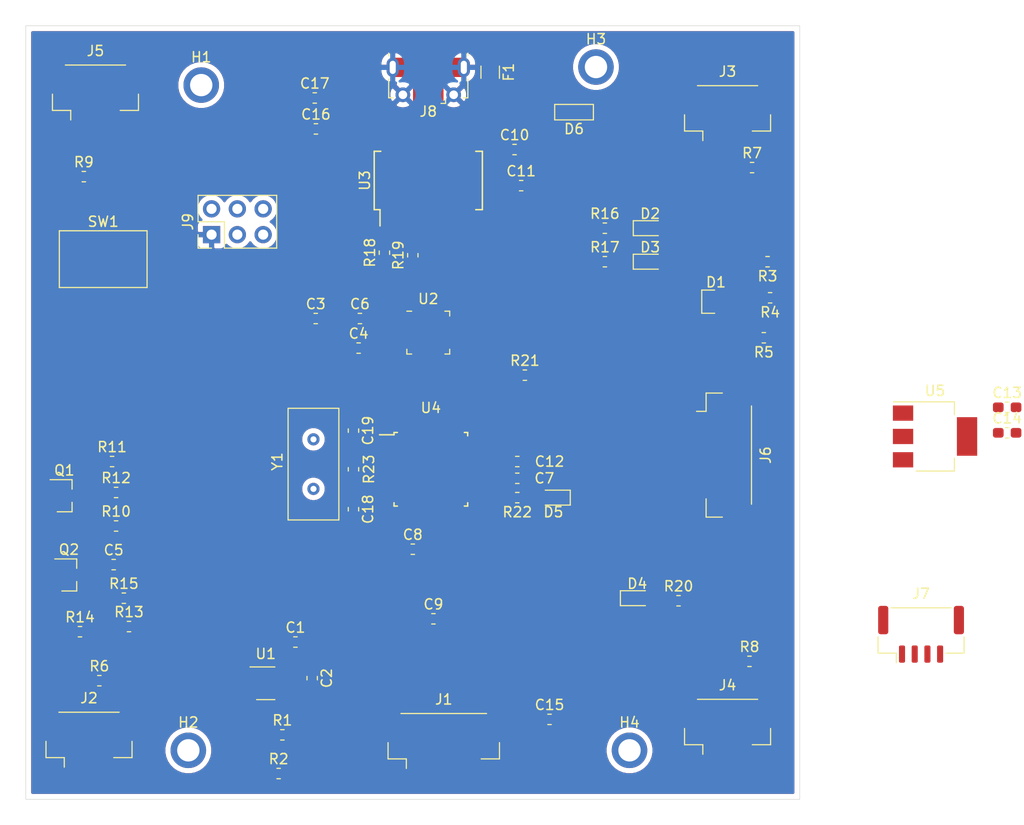
<source format=kicad_pcb>
(kicad_pcb (version 20171130) (host pcbnew "(5.1.4-0-10_14)")
  (layers (0 F.Cu signal) (31 B.Cu signal) (34 B.Paste user) (35 F.Paste user) (36 B.SilkS user) (37 F.SilkS user) (38 B.Mask user) (39 F.Mask user) (44 Edge.Cuts user))
  (net 0 "")
  (net 1 GND)
  (net 2 +5V)
  (net 3 +3V3)
  (net 4 RESET)
  (net 5 VBUS)
  (net 6 XTAL1)
  (net 7 XTAL2)
  (net 8 "Net-(D2-Pad1)")
  (net 9 "Net-(D2-Pad2)")
  (net 10 "Net-(D3-Pad1)")
  (net 11 "Net-(D3-Pad2)")
  (net 12 "Net-(D4-Pad2)")
  (net 13 "Net-(D5-Pad2)")
  (net 14 "Net-(F1-Pad1)")
  (net 15 VDD)
  (net 16 D4)
  (net 17 A1)
  (net 18 A2)
  (net 19 D5)
  (net 20 D6)
  (net 21 A3)
  (net 22 D7)
  (net 23 D11)
  (net 24 IMU_SCL_LL)
  (net 25 A5_SCL)
  (net 26 A4_SDA)
  (net 27 IMU_SDA_LL)
  (net 28 "Net-(R1-Pad1)")
  (net 29 D2)
  (net 30 RX)
  (net 31 TX)
  (net 32 A0)
  (net 33 "Net-(D1-Pad3)")
  (net 34 "Net-(D1-Pad1)")
  (net 35 "Net-(D1-Pad5)")
  (net 36 D12)
  (net 37 D9)
  (net 38 D8)
  (net 39 D10)
  (net 40 B_RGB_LED)
  (net 41 "Net-(J2-Pad2)")
  (net 42 "Net-(J3-Pad2)")
  (net 43 "Net-(J4-Pad2)")
  (net 44 "Net-(J5-Pad2)")
  (net 45 Aux_Digital)
  (net 46 A6)
  (net 47 "Net-(C6-Pad1)")
  (net 48 "Net-(C11-Pad2)")
  (net 49 "Net-(C12-Pad1)")
  (net 50 "Net-(J8-Pad2)")
  (net 51 "Net-(J8-Pad3)")
  (net 52 "Net-(R18-Pad2)")
  (net 53 "Net-(R19-Pad2)")
  (module Capacitor_SMD:C_0603_1608Metric_Pad1.05x0.95mm_HandSolder (layer F.Cu) (at 78.994 140.462 270)
    (fp_text reference C2 (at 0 -1.43 90) (layer F.SilkS))
    (fp_text value "0.1uF 16V X7R 10%")
    (pad 2 smd roundrect (at 0.875 0 270) (size 1.05 0.95) (layers F.Cu F.Paste F.Mask) (net 2 +5V))
    (pad 1 smd roundrect (at -0.875 0 270) (size 1.05 0.95) (layers F.Cu F.Paste F.Mask) (net 1 GND))
  )
  (module Capacitor_SMD:C_0603_1608Metric_Pad1.05x0.95mm_HandSolder (layer F.Cu) (at 79.344001 105.038001)
    (fp_text reference C3 (at 0 -1.43) (layer F.SilkS))
    (fp_text value "10nF 16V X7R 10%")
    (pad 1 smd roundrect (at -0.875 0) (size 1.05 0.95) (layers F.Cu F.Paste F.Mask) (net 3 +3V3))
    (pad 2 smd roundrect (at 0.875 0) (size 1.05 0.95) (layers F.Cu F.Paste F.Mask) (net 1 GND))
  )
  (module Capacitor_SMD:C_0603_1608Metric_Pad1.05x0.95mm_HandSolder (layer F.Cu) (at 83.566 107.95)
    (fp_text reference C4 (at 0 -1.43) (layer F.SilkS))
    (fp_text value "2.2uF 16V X7R 10%")
    (pad 2 smd roundrect (at 0.875 0) (size 1.05 0.95) (layers F.Cu F.Paste F.Mask) (net 1 GND))
    (pad 1 smd roundrect (at -0.875 0) (size 1.05 0.95) (layers F.Cu F.Paste F.Mask) (net 3 +3V3))
  )
  (module Capacitor_SMD:C_0603_1608Metric_Pad1.05x0.95mm_HandSolder (layer F.Cu) (at 83.694001 105.038001)
    (fp_text reference C6 (at 0 -1.43) (layer F.SilkS))
    (fp_text value "0.47uF 16V X7R 10%")
    (pad 1 smd roundrect (at -0.875 0) (size 1.05 0.95) (layers F.Cu F.Paste F.Mask) (net 47 "Net-(C6-Pad1)"))
    (pad 2 smd roundrect (at 0.875 0) (size 1.05 0.95) (layers F.Cu F.Paste F.Mask) (net 1 GND))
  )
  (module Capacitor_SMD:C_0603_1608Metric_Pad1.05x0.95mm_HandSolder (layer F.Cu) (at 99.187 120.777 180)
    (fp_text reference C7 (at -2.667 0) (layer F.SilkS))
    (fp_text value "1uF 16V X7R 10%")
    (pad 2 smd roundrect (at 0.875 0 180) (size 1.05 0.95) (layers F.Cu F.Paste F.Mask) (net 2 +5V))
    (pad 1 smd roundrect (at -0.875 0 180) (size 1.05 0.95) (layers F.Cu F.Paste F.Mask) (net 1 GND))
  )
  (module Capacitor_SMD:C_0603_1608Metric_Pad1.05x0.95mm_HandSolder (layer F.Cu) (at 88.9 127.762)
    (fp_text reference C8 (at 0 -1.43) (layer F.SilkS))
    (fp_text value "4.7uF 16V")
    (pad 2 smd roundrect (at 0.875 0) (size 1.05 0.95) (layers F.Cu F.Paste F.Mask) (net 1 GND))
    (pad 1 smd roundrect (at -0.875 0) (size 1.05 0.95) (layers F.Cu F.Paste F.Mask) (net 2 +5V))
  )
  (module Capacitor_SMD:C_0603_1608Metric_Pad1.05x0.95mm_HandSolder (layer F.Cu) (at 90.932 134.62)
    (fp_text reference C9 (at 0 -1.43) (layer F.SilkS))
    (fp_text value "1uF 16V X7R 10%")
    (pad 1 smd roundrect (at -0.875 0) (size 1.05 0.95) (layers F.Cu F.Paste F.Mask) (net 2 +5V))
    (pad 2 smd roundrect (at 0.875 0) (size 1.05 0.95) (layers F.Cu F.Paste F.Mask) (net 1 GND))
  )
  (module Capacitor_SMD:C_0603_1608Metric_Pad1.05x0.95mm_HandSolder (layer F.Cu) (at 98.919 88.392)
    (fp_text reference C10 (at 0 -1.43) (layer F.SilkS))
    (fp_text value "0.1uF 16V X7R 10%")
    (pad 1 smd roundrect (at -0.875 0) (size 1.05 0.95) (layers F.Cu F.Paste F.Mask) (net 3 +3V3))
    (pad 2 smd roundrect (at 0.875 0) (size 1.05 0.95) (layers F.Cu F.Paste F.Mask) (net 1 GND))
  )
  (module Capacitor_SMD:C_0603_1608Metric_Pad1.05x0.95mm_HandSolder (layer F.Cu) (at 99.568 91.948)
    (fp_text reference C11 (at 0 -1.43) (layer F.SilkS))
    (fp_text value "0.1uF 16V X7R 10%")
    (pad 2 smd roundrect (at 0.875 0) (size 1.05 0.95) (layers F.Cu F.Paste F.Mask) (net 48 "Net-(C11-Pad2)"))
    (pad 1 smd roundrect (at -0.875 0) (size 1.05 0.95) (layers F.Cu F.Paste F.Mask) (net 4 RESET))
  )
  (module Capacitor_SMD:C_0603_1608Metric_Pad1.05x0.95mm_HandSolder (layer F.Cu) (at 99.187 119.126)
    (fp_text reference C12 (at 3.175 0) (layer F.SilkS))
    (fp_text value "X7R, 100nF 10%")
    (pad 1 smd roundrect (at -0.875 0) (size 1.05 0.95) (layers F.Cu F.Paste F.Mask) (net 49 "Net-(C12-Pad1)"))
    (pad 2 smd roundrect (at 0.875 0) (size 1.05 0.95) (layers F.Cu F.Paste F.Mask) (net 1 GND))
  )
  (module Capacitor_SMD:C_0603_1608Metric_Pad1.05x0.95mm_HandSolder (layer F.Cu) (at 102.362 144.526)
    (fp_text reference C15 (at 0 -1.43) (layer F.SilkS))
    (fp_text value "1uF 16V X7R 10%")
    (pad 1 smd roundrect (at -0.875 0) (size 1.05 0.95) (layers F.Cu F.Paste F.Mask) (net 2 +5V))
    (pad 2 smd roundrect (at 0.875 0) (size 1.05 0.95) (layers F.Cu F.Paste F.Mask) (net 1 GND))
  )
  (module Capacitor_SMD:C_0603_1608Metric_Pad1.05x0.95mm_HandSolder (layer F.Cu) (at 79.361 86.36)
    (fp_text reference C16 (at 0 -1.43) (layer F.SilkS))
    (fp_text value "4.7uF 16V 20%")
    (pad 1 smd roundrect (at -0.875 0) (size 1.05 0.95) (layers F.Cu F.Paste F.Mask) (net 5 VBUS))
    (pad 2 smd roundrect (at 0.875 0) (size 1.05 0.95) (layers F.Cu F.Paste F.Mask) (net 1 GND))
  )
  (module Capacitor_SMD:C_0603_1608Metric_Pad1.05x0.95mm_HandSolder (layer F.Cu) (at 79.248 83.312)
    (fp_text reference C17 (at 0 -1.43) (layer F.SilkS))
    (fp_text value "0.1F 16V X7R 10%")
    (pad 2 smd roundrect (at 0.875 0) (size 1.05 0.95) (layers F.Cu F.Paste F.Mask) (net 1 GND))
    (pad 1 smd roundrect (at -0.875 0) (size 1.05 0.95) (layers F.Cu F.Paste F.Mask) (net 5 VBUS))
  )
  (module Capacitor_SMD:C_0603_1608Metric_Pad1.05x0.95mm_HandSolder (layer F.Cu) (at 83.058 123.825 270)
    (fp_text reference C18 (at 0 -1.43 90) (layer F.SilkS))
    (fp_text value "2pF 16V X7R 2%")
    (pad 1 smd roundrect (at -0.875 0 270) (size 1.05 0.95) (layers F.Cu F.Paste F.Mask) (net 6 XTAL1))
    (pad 2 smd roundrect (at 0.875 0 270) (size 1.05 0.95) (layers F.Cu F.Paste F.Mask) (net 1 GND))
  )
  (module Capacitor_SMD:C_0603_1608Metric_Pad1.05x0.95mm_HandSolder (layer F.Cu) (at 83.058 116.078 270)
    (fp_text reference C19 (at 0 -1.43 90) (layer F.SilkS))
    (fp_text value "2pF 16V X7R 2%")
    (pad 2 smd roundrect (at 0.875 0 270) (size 1.05 0.95) (layers F.Cu F.Paste F.Mask) (net 7 XTAL2))
    (pad 1 smd roundrect (at -0.875 0 270) (size 1.05 0.95) (layers F.Cu F.Paste F.Mask) (net 1 GND))
  )
  (module LED_SMD:LED_0603_1608Metric_Pad1.05x0.95mm_HandSolder (layer F.Cu) (at 112.268 96.139)
    (fp_text reference D2 (at 0 -1.43) (layer F.SilkS))
    (fp_text value "Orange 1.9V 20mA")
    (pad 1 smd roundrect (at -0.875 0) (size 1.05 0.95) (layers F.Cu F.Paste F.Mask) (net 8 "Net-(D2-Pad1)"))
    (pad 2 smd roundrect (at 0.875 0) (size 1.05 0.95) (layers F.Cu F.Paste F.Mask) (net 9 "Net-(D2-Pad2)"))
  )
  (module LED_SMD:LED_0603_1608Metric_Pad1.05x0.95mm_HandSolder (layer F.Cu) (at 112.268 99.441)
    (fp_text reference D3 (at 0 -1.43) (layer F.SilkS))
    (fp_text value "Orange 1.9V 20mA")
    (pad 1 smd roundrect (at -0.875 0) (size 1.05 0.95) (layers F.Cu F.Paste F.Mask) (net 10 "Net-(D3-Pad1)"))
    (pad 2 smd roundrect (at 0.875 0) (size 1.05 0.95) (layers F.Cu F.Paste F.Mask) (net 11 "Net-(D3-Pad2)"))
  )
  (module LED_SMD:LED_0603_1608Metric_Pad1.05x0.95mm_HandSolder (layer F.Cu) (at 110.998 132.588)
    (fp_text reference D4 (at 0 -1.43) (layer F.SilkS))
    (fp_text value "Green 2.2V 20mA")
    (pad 2 smd roundrect (at 0.875 0) (size 1.05 0.95) (layers F.Cu F.Paste F.Mask) (net 12 "Net-(D4-Pad2)"))
    (pad 1 smd roundrect (at -0.875 0) (size 1.05 0.95) (layers F.Cu F.Paste F.Mask) (net 1 GND))
  )
  (module LED_SMD:LED_0603_1608Metric_Pad1.05x0.95mm_HandSolder (layer F.Cu) (at 102.743 122.682 180)
    (fp_text reference D5 (at 0 -1.43) (layer F.SilkS))
    (fp_text value "Green 2.2V 20mA")
    (pad 2 smd roundrect (at 0.875 0 180) (size 1.05 0.95) (layers F.Cu F.Paste F.Mask) (net 13 "Net-(D5-Pad2)"))
    (pad 1 smd roundrect (at -0.875 0 180) (size 1.05 0.95) (layers F.Cu F.Paste F.Mask) (net 1 GND))
  )
  (module Fuse:Fuse_1206_3216Metric_Pad1.42x1.75mm_HandSolder (layer F.Cu) (at 96.52 80.772 270)
    (fp_text reference F1 (at 0 -1.82 90) (layer F.SilkS))
    (fp_text value "PTC 15V 500mA")
    (pad 1 smd roundrect (at -1.4875 0 270) (size 1.425 1.75) (layers F.Cu F.Paste F.Mask) (roundrect_rratio 0.175439) (net 14 "Net-(F1-Pad1)"))
    (pad 2 smd roundrect (at 1.4875 0 270) (size 1.425 1.75) (layers F.Cu F.Paste F.Mask) (roundrect_rratio 0.175439) (net 5 VBUS))
  )
  (module Connector_USB:USB_Micro-B_Molex-105017-0001 (layer F.Cu) (at 90.424 81.534 180)
    (fp_text reference J8 (at 0 -3.1125) (layer F.SilkS))
    (fp_text value USB_B_Micro)
    (pad 6 smd rect (at 1 1.2375 180) (size 1.5 1.9) (layers F.Cu F.Paste F.Mask) (net 1 GND))
    (pad 6 thru_hole circle (at -2.5 -1.4625 180) (size 1.45 1.45) (drill 0.85) (layers *.Cu *.Mask) (net 1 GND))
    (pad 2 smd rect (at -0.65 -1.4625 180) (size 0.4 1.35) (layers F.Cu F.Paste F.Mask) (net 50 "Net-(J8-Pad2)"))
    (pad 1 smd rect (at -1.3 -1.4625 180) (size 0.4 1.35) (layers F.Cu F.Paste F.Mask) (net 14 "Net-(F1-Pad1)"))
    (pad 5 smd rect (at 1.3 -1.4625 180) (size 0.4 1.35) (layers F.Cu F.Paste F.Mask) (net 1 GND))
    (pad 4 smd rect (at 0.65 -1.4625 180) (size 0.4 1.35) (layers F.Cu F.Paste F.Mask))
    (pad 3 smd rect (at 0 -1.4625 180) (size 0.4 1.35) (layers F.Cu F.Paste F.Mask) (net 51 "Net-(J8-Pad3)"))
    (pad 6 thru_hole circle (at 2.5 -1.4625 180) (size 1.45 1.45) (drill 0.85) (layers *.Cu *.Mask) (net 1 GND))
    (pad 6 smd rect (at -1 1.2375 180) (size 1.5 1.9) (layers F.Cu F.Paste F.Mask) (net 1 GND))
    (pad 6 thru_hole oval (at -3.5 1.2375) (size 1.2 1.9) (drill oval 0.6 1.3) (layers *.Cu *.Mask) (net 1 GND))
    (pad 6 thru_hole oval (at 3.5 1.2375 180) (size 1.2 1.9) (drill oval 0.6 1.3) (layers *.Cu *.Mask) (net 1 GND))
    (pad 6 smd rect (at 2.9 1.2375 180) (size 1.2 1.9) (layers F.Cu F.Mask) (net 1 GND))
    (pad 6 smd rect (at -2.9 1.2375 180) (size 1.2 1.9) (layers F.Cu F.Mask) (net 1 GND))
  )
  (module Connector_PinHeader_2.54mm:PinHeader_2x03_P2.54mm_Vertical (layer F.Cu) (at 69.088 96.774 90)
    (fp_text reference J9 (at 1.27 -2.33 90) (layer F.SilkS))
    (fp_text value ICSP)
    (pad 1 thru_hole rect (at 0 0 90) (size 1.7 1.7) (drill 1) (layers *.Cu *.Mask) (net 1 GND))
    (pad 2 thru_hole oval (at 2.54 0 90) (size 1.7 1.7) (drill 1) (layers *.Cu *.Mask) (net 4 RESET))
    (pad 3 thru_hole oval (at 0 2.54 90) (size 1.7 1.7) (drill 1) (layers *.Cu *.Mask) (net 23 D11))
    (pad 4 thru_hole oval (at 2.54 2.54 90) (size 1.7 1.7) (drill 1) (layers *.Cu *.Mask) (net 45 Aux_Digital))
    (pad 5 thru_hole oval (at 0 5.08 90) (size 1.7 1.7) (drill 1) (layers *.Cu *.Mask) (net 2 +5V))
    (pad 6 thru_hole oval (at 2.54 5.08 90) (size 1.7 1.7) (drill 1) (layers *.Cu *.Mask) (net 36 D12))
  )
  (module Package_TO_SOT_SMD:SOT-23 (layer F.Cu) (at 54.594 122.494)
    (fp_text reference Q1 (at 0 -2.5) (layer F.SilkS))
    (fp_text value BSS138)
    (pad 1 smd rect (at -1 -0.95) (size 0.9 0.8) (layers F.Cu F.Paste F.Mask) (net 3 +3V3))
    (pad 2 smd rect (at -1 0.95) (size 0.9 0.8) (layers F.Cu F.Paste F.Mask) (net 24 IMU_SCL_LL))
    (pad 3 smd rect (at 1 0) (size 0.9 0.8) (layers F.Cu F.Paste F.Mask) (net 25 A5_SCL))
  )
  (module Resistor_SMD:R_0603_1608Metric_Pad1.05x0.95mm_HandSolder (layer F.Cu) (at 76.059 146.05)
    (fp_text reference R1 (at 0 -1.43) (layer F.SilkS))
    (fp_text value "3.2 kohm 1%")
    (pad 2 smd roundrect (at 0.875 0) (size 1.05 0.95) (layers F.Cu F.Paste F.Mask) (net 15 VDD))
    (pad 1 smd roundrect (at -0.875 0) (size 1.05 0.95) (layers F.Cu F.Paste F.Mask) (net 28 "Net-(R1-Pad1)"))
  )
  (module Resistor_SMD:R_0603_1608Metric_Pad1.05x0.95mm_HandSolder (layer F.Cu) (at 75.692 149.86)
    (fp_text reference R2 (at 0 -1.43) (layer F.SilkS))
    (fp_text value "2 kohm 1%")
    (pad 1 smd roundrect (at -0.875 0) (size 1.05 0.95) (layers F.Cu F.Paste F.Mask) (net 1 GND))
    (pad 2 smd roundrect (at 0.875 0) (size 1.05 0.95) (layers F.Cu F.Paste F.Mask) (net 28 "Net-(R1-Pad1)"))
  )
  (module Resistor_SMD:R_0603_1608Metric_Pad1.05x0.95mm_HandSolder (layer F.Cu) (at 123.825 99.441 180)
    (fp_text reference R3 (at 0 -1.43) (layer F.SilkS))
    (fp_text value "87.5 ohm 5%")
    (pad 2 smd roundrect (at 0.875 0 180) (size 1.05 0.95) (layers F.Cu F.Paste F.Mask) (net 34 "Net-(D1-Pad1)"))
    (pad 1 smd roundrect (at -0.875 0 180) (size 1.05 0.95) (layers F.Cu F.Paste F.Mask) (net 40 B_RGB_LED))
  )
  (module Resistor_SMD:R_0603_1608Metric_Pad1.05x0.95mm_HandSolder (layer F.Cu) (at 124.079 102.997 180)
    (fp_text reference R4 (at 0 -1.43) (layer F.SilkS))
    (fp_text value "147.5 ohm 5%")
    (pad 1 smd roundrect (at -0.875 0 180) (size 1.05 0.95) (layers F.Cu F.Paste F.Mask))
    (pad 2 smd roundrect (at 0.875 0 180) (size 1.05 0.95) (layers F.Cu F.Paste F.Mask) (net 33 "Net-(D1-Pad3)"))
  )
  (module Resistor_SMD:R_0603_1608Metric_Pad1.05x0.95mm_HandSolder (layer F.Cu) (at 123.458 106.934 180)
    (fp_text reference R5 (at 0 -1.43) (layer F.SilkS))
    (fp_text value "87.5 ohm 5%")
    (pad 2 smd roundrect (at 0.875 0 180) (size 1.05 0.95) (layers F.Cu F.Paste F.Mask) (net 35 "Net-(D1-Pad5)"))
    (pad 1 smd roundrect (at -0.875 0 180) (size 1.05 0.95) (layers F.Cu F.Paste F.Mask) (net 29 D2))
  )
  (module Resistor_SMD:R_0603_1608Metric_Pad1.05x0.95mm_HandSolder (layer F.Cu) (at 59.69 125.476)
    (fp_text reference R10 (at 0 -1.43) (layer F.SilkS))
    (fp_text value "10 kohm 5%")
    (pad 2 smd roundrect (at 0.875 0) (size 1.05 0.95) (layers F.Cu F.Paste F.Mask) (net 3 +3V3))
    (pad 1 smd roundrect (at -0.875 0) (size 1.05 0.95) (layers F.Cu F.Paste F.Mask) (net 24 IMU_SCL_LL))
  )
  (module Resistor_SMD:R_0603_1608Metric_Pad1.05x0.95mm_HandSolder (layer F.Cu) (at 59.295 119.126)
    (fp_text reference R11 (at 0 -1.43) (layer F.SilkS))
    (fp_text value "10 kohm 5%")
    (pad 2 smd roundrect (at 0.875 0) (size 1.05 0.95) (layers F.Cu F.Paste F.Mask) (net 3 +3V3))
    (pad 1 smd roundrect (at -0.875 0) (size 1.05 0.95) (layers F.Cu F.Paste F.Mask) (net 24 IMU_SCL_LL))
  )
  (module Resistor_SMD:R_0603_1608Metric_Pad1.05x0.95mm_HandSolder (layer F.Cu) (at 59.69 122.174)
    (fp_text reference R12 (at 0 -1.43) (layer F.SilkS))
    (fp_text value "10 kohm 5%")
    (pad 1 smd roundrect (at -0.875 0) (size 1.05 0.95) (layers F.Cu F.Paste F.Mask) (net 25 A5_SCL))
    (pad 2 smd roundrect (at 0.875 0) (size 1.05 0.95) (layers F.Cu F.Paste F.Mask) (net 2 +5V))
  )
  (module Resistor_SMD:R_0603_1608Metric_Pad1.05x0.95mm_HandSolder (layer F.Cu) (at 60.96 135.382)
    (fp_text reference R13 (at 0 -1.43) (layer F.SilkS))
    (fp_text value "10 kohm 5%")
    (pad 2 smd roundrect (at 0.875 0) (size 1.05 0.95) (layers F.Cu F.Paste F.Mask) (net 3 +3V3))
    (pad 1 smd roundrect (at -0.875 0) (size 1.05 0.95) (layers F.Cu F.Paste F.Mask) (net 27 IMU_SDA_LL))
  )
  (module Resistor_SMD:R_0603_1608Metric_Pad1.05x0.95mm_HandSolder (layer F.Cu) (at 56.134 135.89)
    (fp_text reference R14 (at 0 -1.43) (layer F.SilkS))
    (fp_text value "10 kohm 5%")
    (pad 1 smd roundrect (at -0.875 0) (size 1.05 0.95) (layers F.Cu F.Paste F.Mask) (net 27 IMU_SDA_LL))
    (pad 2 smd roundrect (at 0.875 0) (size 1.05 0.95) (layers F.Cu F.Paste F.Mask) (net 3 +3V3))
  )
  (module Resistor_SMD:R_0603_1608Metric_Pad1.05x0.95mm_HandSolder (layer F.Cu) (at 60.452 132.588)
    (fp_text reference R15 (at 0 -1.43) (layer F.SilkS))
    (fp_text value "10 kohm 5%")
    (pad 1 smd roundrect (at -0.875 0) (size 1.05 0.95) (layers F.Cu F.Paste F.Mask) (net 26 A4_SDA))
    (pad 2 smd roundrect (at 0.875 0) (size 1.05 0.95) (layers F.Cu F.Paste F.Mask) (net 2 +5V))
  )
  (module Resistor_SMD:R_0603_1608Metric_Pad1.05x0.95mm_HandSolder (layer F.Cu) (at 107.809 96.139)
    (fp_text reference R16 (at 0 -1.43) (layer F.SilkS))
    (fp_text value "200 ohm")
    (pad 1 smd roundrect (at -0.875 0) (size 1.05 0.95) (layers F.Cu F.Paste F.Mask) (net 9 "Net-(D2-Pad2)"))
    (pad 2 smd roundrect (at 0.875 0) (size 1.05 0.95) (layers F.Cu F.Paste F.Mask) (net 2 +5V))
  )
  (module Resistor_SMD:R_0603_1608Metric_Pad1.05x0.95mm_HandSolder (layer F.Cu) (at 107.809 99.441)
    (fp_text reference R17 (at 0 -1.43) (layer F.SilkS))
    (fp_text value "200 ohm")
    (pad 2 smd roundrect (at 0.875 0) (size 1.05 0.95) (layers F.Cu F.Paste F.Mask) (net 2 +5V))
    (pad 1 smd roundrect (at -0.875 0) (size 1.05 0.95) (layers F.Cu F.Paste F.Mask) (net 11 "Net-(D3-Pad2)"))
  )
  (module Resistor_SMD:R_0603_1608Metric_Pad1.05x0.95mm_HandSolder (layer F.Cu) (at 86.106 98.552 90)
    (fp_text reference R18 (at 0 -1.43 90) (layer F.SilkS))
    (fp_text value "1 kohm 5%")
    (pad 2 smd roundrect (at 0.875 0 90) (size 1.05 0.95) (layers F.Cu F.Paste F.Mask) (net 52 "Net-(R18-Pad2)"))
    (pad 1 smd roundrect (at -0.875 0 90) (size 1.05 0.95) (layers F.Cu F.Paste F.Mask) (net 30 RX))
  )
  (module Resistor_SMD:R_0603_1608Metric_Pad1.05x0.95mm_HandSolder (layer F.Cu) (at 88.9 98.806 90)
    (fp_text reference R19 (at 0 -1.43 90) (layer F.SilkS))
    (fp_text value "1 kohm 5%")
    (pad 1 smd roundrect (at -0.875 0 90) (size 1.05 0.95) (layers F.Cu F.Paste F.Mask) (net 31 TX))
    (pad 2 smd roundrect (at 0.875 0 90) (size 1.05 0.95) (layers F.Cu F.Paste F.Mask) (net 53 "Net-(R19-Pad2)"))
  )
  (module Resistor_SMD:R_0603_1608Metric_Pad1.05x0.95mm_HandSolder (layer F.Cu) (at 115.062 132.842)
    (fp_text reference R20 (at 0 -1.43) (layer F.SilkS))
    (fp_text value "140 ohm")
    (pad 1 smd roundrect (at -0.875 0) (size 1.05 0.95) (layers F.Cu F.Paste F.Mask) (net 12 "Net-(D4-Pad2)"))
    (pad 2 smd roundrect (at 0.875 0) (size 1.05 0.95) (layers F.Cu F.Paste F.Mask) (net 2 +5V))
  )
  (module Resistor_SMD:R_0603_1608Metric_Pad1.05x0.95mm_HandSolder (layer F.Cu) (at 99.935 110.617)
    (fp_text reference R21 (at 0 -1.43) (layer F.SilkS))
    (fp_text value "1 kohm 5%")
    (pad 2 smd roundrect (at 0.875 0) (size 1.05 0.95) (layers F.Cu F.Paste F.Mask) (net 2 +5V))
    (pad 1 smd roundrect (at -0.875 0) (size 1.05 0.95) (layers F.Cu F.Paste F.Mask) (net 4 RESET))
  )
  (module Resistor_SMD:R_0603_1608Metric_Pad1.05x0.95mm_HandSolder (layer F.Cu) (at 99.187 122.682 180)
    (fp_text reference R22 (at 0 -1.43) (layer F.SilkS))
    (fp_text value "200 ohm")
    (pad 1 smd roundrect (at -0.875 0 180) (size 1.05 0.95) (layers F.Cu F.Paste F.Mask) (net 13 "Net-(D5-Pad2)"))
    (pad 2 smd roundrect (at 0.875 0 180) (size 1.05 0.95) (layers F.Cu F.Paste F.Mask) (net 45 Aux_Digital))
  )
  (module Resistor_SMD:R_0603_1608Metric_Pad1.05x0.95mm_HandSolder (layer F.Cu) (at 83.058 119.888 90)
    (fp_text reference R23 (at 0 1.524 90) (layer F.SilkS))
    (fp_text value "1 Mohm")
    (pad 1 smd roundrect (at -0.875 0 90) (size 1.05 0.95) (layers F.Cu F.Paste F.Mask) (net 6 XTAL1))
    (pad 2 smd roundrect (at 0.875 0 90) (size 1.05 0.95) (layers F.Cu F.Paste F.Mask) (net 7 XTAL2))
  )
  (module Package_TO_SOT_SMD:SOT-23-5 (layer F.Cu) (at 74.422 140.97)
    (fp_text reference U1 (at 0 -2.9) (layer F.SilkS))
    (fp_text value MCP6001U)
    (pad 1 smd rect (at -1.1 -0.95) (size 1.06 0.65) (layers F.Cu F.Paste F.Mask) (net 28 "Net-(R1-Pad1)"))
    (pad 2 smd rect (at -1.1 0) (size 1.06 0.65) (layers F.Cu F.Paste F.Mask) (net 1 GND))
    (pad 3 smd rect (at -1.1 0.95) (size 1.06 0.65) (layers F.Cu F.Paste F.Mask) (net 32 A0))
    (pad 4 smd rect (at 1.1 0.95) (size 1.06 0.65) (layers F.Cu F.Paste F.Mask) (net 32 A0))
    (pad 5 smd rect (at 1.1 -0.95) (size 1.06 0.65) (layers F.Cu F.Paste F.Mask) (net 2 +5V))
  )
  (module Package_DFN_QFN:QFN-24-1EP_4x4mm_P0.5mm_EP2.8x2.8mm (layer F.Cu) (at 90.424 106.426)
    (fp_text reference U2 (at 0 -3.32) (layer F.SilkS))
    (fp_text value ICM-20689)
    (pad 25 smd roundrect (at 0 0) (size 2.8 2.8) (layers F.Cu F.Mask) (roundrect_rratio 0.089286))
    (pad 1 smd roundrect (at -1.9875 -1.25) (size 0.775 0.25) (layers F.Cu F.Paste F.Mask))
    (pad 2 smd roundrect (at -1.9875 -0.75) (size 0.775 0.25) (layers F.Cu F.Paste F.Mask))
    (pad 3 smd roundrect (at -1.9875 -0.25) (size 0.775 0.25) (layers F.Cu F.Paste F.Mask))
    (pad 4 smd roundrect (at -1.9875 0.25) (size 0.775 0.25) (layers F.Cu F.Paste F.Mask))
    (pad 5 smd roundrect (at -1.9875 0.75) (size 0.775 0.25) (layers F.Cu F.Paste F.Mask))
    (pad 6 smd roundrect (at -1.9875 1.25) (size 0.775 0.25) (layers F.Cu F.Paste F.Mask))
    (pad 7 smd roundrect (at -1.25 1.9875) (size 0.25 0.775) (layers F.Cu F.Paste F.Mask))
    (pad 8 smd roundrect (at -0.75 1.9875) (size 0.25 0.775) (layers F.Cu F.Paste F.Mask) (net 3 +3V3))
    (pad 9 smd roundrect (at -0.25 1.9875) (size 0.25 0.775) (layers F.Cu F.Paste F.Mask) (net 1 GND))
    (pad 10 smd roundrect (at 0.25 1.9875) (size 0.25 0.775) (layers F.Cu F.Paste F.Mask) (net 47 "Net-(C6-Pad1)"))
    (pad 11 smd roundrect (at 0.75 1.9875) (size 0.25 0.775) (layers F.Cu F.Paste F.Mask) (net 1 GND))
    (pad 12 smd roundrect (at 1.25 1.9875) (size 0.25 0.775) (layers F.Cu F.Paste F.Mask))
    (pad 13 smd roundrect (at 1.9875 1.25) (size 0.775 0.25) (layers F.Cu F.Paste F.Mask) (net 3 +3V3))
    (pad 14 smd roundrect (at 1.9875 0.75) (size 0.775 0.25) (layers F.Cu F.Paste F.Mask))
    (pad 15 smd roundrect (at 1.9875 0.25) (size 0.775 0.25) (layers F.Cu F.Paste F.Mask))
    (pad 16 smd roundrect (at 1.9875 -0.25) (size 0.775 0.25) (layers F.Cu F.Paste F.Mask))
    (pad 17 smd roundrect (at 1.9875 -0.75) (size 0.775 0.25) (layers F.Cu F.Paste F.Mask))
    (pad 18 smd roundrect (at 1.9875 -1.25) (size 0.775 0.25) (layers F.Cu F.Paste F.Mask) (net 1 GND))
    (pad 19 smd roundrect (at 1.25 -1.9875) (size 0.25 0.775) (layers F.Cu F.Paste F.Mask))
    (pad 20 smd roundrect (at 0.75 -1.9875) (size 0.25 0.775) (layers F.Cu F.Paste F.Mask))
    (pad 21 smd roundrect (at 0.25 -1.9875) (size 0.25 0.775) (layers F.Cu F.Paste F.Mask))
    (pad 22 smd roundrect (at -0.25 -1.9875) (size 0.25 0.775) (layers F.Cu F.Paste F.Mask))
    (pad 23 smd roundrect (at -0.75 -1.9875) (size 0.25 0.775) (layers F.Cu F.Paste F.Mask) (net 24 IMU_SCL_LL))
    (pad 24 smd roundrect (at -1.25 -1.9875) (size 0.25 0.775) (layers F.Cu F.Paste F.Mask) (net 27 IMU_SDA_LL))
  )
  (module Package_SO:SSOP-28_5.3x10.2mm_P0.65mm (layer F.Cu) (at 90.424 91.44 90)
    (fp_text reference U3 (at 0 -6.25 90) (layer F.SilkS))
    (fp_text value FT232RL)
    (pad 1 smd rect (at -3.6 -4.225 90) (size 1.75 0.45) (layers F.Cu F.Paste F.Mask) (net 30 RX))
    (pad 2 smd rect (at -3.6 -3.575 90) (size 1.75 0.45) (layers F.Cu F.Paste F.Mask) (net 48 "Net-(C11-Pad2)"))
    (pad 3 smd rect (at -3.6 -2.925 90) (size 1.75 0.45) (layers F.Cu F.Paste F.Mask))
    (pad 4 smd rect (at -3.6 -2.275 90) (size 1.75 0.45) (layers F.Cu F.Paste F.Mask) (net 2 +5V))
    (pad 5 smd rect (at -3.6 -1.625 90) (size 1.75 0.45) (layers F.Cu F.Paste F.Mask) (net 31 TX))
    (pad 6 smd rect (at -3.6 -0.975 90) (size 1.75 0.45) (layers F.Cu F.Paste F.Mask))
    (pad 7 smd rect (at -3.6 -0.325 90) (size 1.75 0.45) (layers F.Cu F.Paste F.Mask) (net 1 GND))
    (pad 8 smd rect (at -3.6 0.325 90) (size 1.75 0.45) (layers F.Cu F.Paste F.Mask))
    (pad 9 smd rect (at -3.6 0.975 90) (size 1.75 0.45) (layers F.Cu F.Paste F.Mask))
    (pad 10 smd rect (at -3.6 1.625 90) (size 1.75 0.45) (layers F.Cu F.Paste F.Mask))
    (pad 11 smd rect (at -3.6 2.275 90) (size 1.75 0.45) (layers F.Cu F.Paste F.Mask))
    (pad 12 smd rect (at -3.6 2.925 90) (size 1.75 0.45) (layers F.Cu F.Paste F.Mask))
    (pad 13 smd rect (at -3.6 3.575 90) (size 1.75 0.45) (layers F.Cu F.Paste F.Mask))
    (pad 14 smd rect (at -3.6 4.225 90) (size 1.75 0.45) (layers F.Cu F.Paste F.Mask))
    (pad 15 smd rect (at 3.6 4.225 90) (size 1.75 0.45) (layers F.Cu F.Paste F.Mask) (net 51 "Net-(J8-Pad3)"))
    (pad 16 smd rect (at 3.6 3.575 90) (size 1.75 0.45) (layers F.Cu F.Paste F.Mask) (net 50 "Net-(J8-Pad2)"))
    (pad 17 smd rect (at 3.6 2.925 90) (size 1.75 0.45) (layers F.Cu F.Paste F.Mask) (net 3 +3V3))
    (pad 18 smd rect (at 3.6 2.275 90) (size 1.75 0.45) (layers F.Cu F.Paste F.Mask) (net 1 GND))
    (pad 19 smd rect (at 3.6 1.625 90) (size 1.75 0.45) (layers F.Cu F.Paste F.Mask))
    (pad 20 smd rect (at 3.6 0.975 90) (size 1.75 0.45) (layers F.Cu F.Paste F.Mask) (net 2 +5V))
    (pad 21 smd rect (at 3.6 0.325 90) (size 1.75 0.45) (layers F.Cu F.Paste F.Mask) (net 1 GND))
    (pad 22 smd rect (at 3.6 -0.325 90) (size 1.75 0.45) (layers F.Cu F.Paste F.Mask) (net 10 "Net-(D3-Pad1)"))
    (pad 23 smd rect (at 3.6 -0.975 90) (size 1.75 0.45) (layers F.Cu F.Paste F.Mask) (net 8 "Net-(D2-Pad1)"))
    (pad 24 smd rect (at 3.6 -1.625 90) (size 1.75 0.45) (layers F.Cu F.Paste F.Mask))
    (pad 25 smd rect (at 3.6 -2.275 90) (size 1.75 0.45) (layers F.Cu F.Paste F.Mask) (net 1 GND))
    (pad 26 smd rect (at 3.6 -2.925 90) (size 1.75 0.45) (layers F.Cu F.Paste F.Mask) (net 1 GND))
    (pad 27 smd rect (at 3.6 -3.575 90) (size 1.75 0.45) (layers F.Cu F.Paste F.Mask))
    (pad 28 smd rect (at 3.6 -4.225 90) (size 1.75 0.45) (layers F.Cu F.Paste F.Mask))
  )
  (module Package_QFP:TQFP-32_7x7mm_P0.8mm (layer F.Cu) (at 90.678 119.888)
    (fp_text reference U4 (at 0 -6.05) (layer F.SilkS))
    (fp_text value ATmega328P-AU)
    (pad 1 smd rect (at -4.25 -2.8) (size 1.6 0.55) (layers F.Cu F.Paste F.Mask) (net 40 B_RGB_LED))
    (pad 2 smd rect (at -4.25 -2) (size 1.6 0.55) (layers F.Cu F.Paste F.Mask) (net 16 D4))
    (pad 3 smd rect (at -4.25 -1.2) (size 1.6 0.55) (layers F.Cu F.Paste F.Mask) (net 1 GND))
    (pad 4 smd rect (at -4.25 -0.4) (size 1.6 0.55) (layers F.Cu F.Paste F.Mask) (net 2 +5V))
    (pad 5 smd rect (at -4.25 0.4) (size 1.6 0.55) (layers F.Cu F.Paste F.Mask) (net 1 GND))
    (pad 6 smd rect (at -4.25 1.2) (size 1.6 0.55) (layers F.Cu F.Paste F.Mask) (net 2 +5V))
    (pad 7 smd rect (at -4.25 2) (size 1.6 0.55) (layers F.Cu F.Paste F.Mask) (net 6 XTAL1))
    (pad 8 smd rect (at -4.25 2.8) (size 1.6 0.55) (layers F.Cu F.Paste F.Mask) (net 7 XTAL2))
    (pad 9 smd rect (at -2.8 4.25 90) (size 1.6 0.55) (layers F.Cu F.Paste F.Mask) (net 19 D5))
    (pad 10 smd rect (at -2 4.25 90) (size 1.6 0.55) (layers F.Cu F.Paste F.Mask) (net 20 D6))
    (pad 11 smd rect (at -1.2 4.25 90) (size 1.6 0.55) (layers F.Cu F.Paste F.Mask) (net 22 D7))
    (pad 12 smd rect (at -0.4 4.25 90) (size 1.6 0.55) (layers F.Cu F.Paste F.Mask) (net 38 D8))
    (pad 13 smd rect (at 0.4 4.25 90) (size 1.6 0.55) (layers F.Cu F.Paste F.Mask) (net 37 D9))
    (pad 14 smd rect (at 1.2 4.25 90) (size 1.6 0.55) (layers F.Cu F.Paste F.Mask) (net 39 D10))
    (pad 15 smd rect (at 2 4.25 90) (size 1.6 0.55) (layers F.Cu F.Paste F.Mask) (net 23 D11))
    (pad 16 smd rect (at 2.8 4.25 90) (size 1.6 0.55) (layers F.Cu F.Paste F.Mask) (net 36 D12))
    (pad 17 smd rect (at 4.25 2.8) (size 1.6 0.55) (layers F.Cu F.Paste F.Mask) (net 45 Aux_Digital))
    (pad 18 smd rect (at 4.25 2) (size 1.6 0.55) (layers F.Cu F.Paste F.Mask) (net 2 +5V))
    (pad 19 smd rect (at 4.25 1.2) (size 1.6 0.55) (layers F.Cu F.Paste F.Mask) (net 46 A6))
    (pad 20 smd rect (at 4.25 0.4) (size 1.6 0.55) (layers F.Cu F.Paste F.Mask) (net 49 "Net-(C12-Pad1)"))
    (pad 21 smd rect (at 4.25 -0.4) (size 1.6 0.55) (layers F.Cu F.Paste F.Mask) (net 1 GND))
    (pad 22 smd rect (at 4.25 -1.2) (size 1.6 0.55) (layers F.Cu F.Paste F.Mask))
    (pad 23 smd rect (at 4.25 -2) (size 1.6 0.55) (layers F.Cu F.Paste F.Mask) (net 32 A0))
    (pad 24 smd rect (at 4.25 -2.8) (size 1.6 0.55) (layers F.Cu F.Paste F.Mask) (net 17 A1))
    (pad 25 smd rect (at 2.8 -4.25 90) (size 1.6 0.55) (layers F.Cu F.Paste F.Mask) (net 18 A2))
    (pad 26 smd rect (at 2 -4.25 90) (size 1.6 0.55) (layers F.Cu F.Paste F.Mask) (net 21 A3))
    (pad 27 smd rect (at 1.2 -4.25 90) (size 1.6 0.55) (layers F.Cu F.Paste F.Mask) (net 26 A4_SDA))
    (pad 28 smd rect (at 0.4 -4.25 90) (size 1.6 0.55) (layers F.Cu F.Paste F.Mask) (net 25 A5_SCL))
    (pad 29 smd rect (at -0.4 -4.25 90) (size 1.6 0.55) (layers F.Cu F.Paste F.Mask) (net 4 RESET))
    (pad 30 smd rect (at -1.2 -4.25 90) (size 1.6 0.55) (layers F.Cu F.Paste F.Mask) (net 52 "Net-(R18-Pad2)"))
    (pad 31 smd rect (at -2 -4.25 90) (size 1.6 0.55) (layers F.Cu F.Paste F.Mask) (net 53 "Net-(R19-Pad2)"))
    (pad 32 smd rect (at -2.8 -4.25 90) (size 1.6 0.55) (layers F.Cu F.Paste F.Mask) (net 29 D2))
  )
  (module MountingHole:MountingHole_2.2mm_M2_ISO7380_Pad (layer F.Cu) (at 68.072 82.042)
    (fp_text reference H1 (at 0 -2.75) (layer F.SilkS))
    (fp_text value M2)
    (pad 1 thru_hole circle (at 0 0) (size 3.5 3.5) (drill 2.2) (layers *.Cu *.Mask))
  )
  (module MountingHole:MountingHole_2.2mm_M2_ISO7380_Pad (layer F.Cu) (at 66.802 147.574)
    (fp_text reference H2 (at 0 -2.75) (layer F.SilkS))
    (fp_text value M2)
    (pad 1 thru_hole circle (at 0 0) (size 3.5 3.5) (drill 2.2) (layers *.Cu *.Mask))
  )
  (module MountingHole:MountingHole_2.2mm_M2_ISO7380_Pad (layer F.Cu) (at 106.934 80.264)
    (fp_text reference H3 (at 0 -2.75) (layer F.SilkS))
    (fp_text value M2)
    (pad 1 thru_hole circle (at 0 0) (size 3.5 3.5) (drill 2.2) (layers *.Cu *.Mask))
  )
  (module MountingHole:MountingHole_2.2mm_M2_ISO7380_Pad (layer F.Cu) (at 110.236 147.574)
    (fp_text reference H4 (at 0 -2.75) (layer F.SilkS))
    (fp_text value M2)
    (pad 1 thru_hole circle (at 0 0) (size 3.5 3.5) (drill 2.2) (layers *.Cu *.Mask))
  )
  (module Capacitor_SMD:C_0603_1608Metric_Pad1.05x0.95mm_HandSolder (layer F.Cu) (at 77.343 136.906)
    (fp_text reference C1 (at 0 -1.43) (layer F.SilkS))
    (fp_text value "1uF 16V X7R 20%")
    (pad 1 smd roundrect (at -0.875 0) (size 1.05 0.95) (layers F.Cu F.Paste F.Mask) (net 1 GND))
    (pad 2 smd roundrect (at 0.875 0) (size 1.05 0.95) (layers F.Cu F.Paste F.Mask) (net 2 +5V))
  )
  (module Connector_JST:JST_GH_BM04B-GHS-TBT_1x04-1MP_P1.25mm_Vertical (layer F.Cu) (at 57.023 146.431)
    (fp_text reference J2 (at 0 -4) (layer F.SilkS))
    (fp_text value ESC_1)
    (pad MP smd roundrect (at 3.725 -1.4) (size 1 2.8) (layers F.Cu F.Paste F.Mask))
    (pad MP smd roundrect (at -3.725 -1.4) (size 1 2.8) (layers F.Cu F.Paste F.Mask))
    (pad 4 smd roundrect (at 1.875 1.95) (size 0.6 1.7) (layers F.Cu F.Paste F.Mask) (net 2 +5V))
    (pad 3 smd roundrect (at 0.625 1.95) (size 0.6 1.7) (layers F.Cu F.Paste F.Mask) (net 16 D4))
    (pad 2 smd roundrect (at -0.625 1.95) (size 0.6 1.7) (layers F.Cu F.Paste F.Mask) (net 41 "Net-(J2-Pad2)"))
    (pad 1 smd roundrect (at -1.875 1.95) (size 0.6 1.7) (layers F.Cu F.Paste F.Mask) (net 1 GND))
  )
  (module Connector_JST:JST_GH_BM04B-GHS-TBT_1x04-1MP_P1.25mm_Vertical (layer F.Cu) (at 119.888 84.709)
    (fp_text reference J3 (at 0 -4) (layer F.SilkS))
    (fp_text value ESC_2)
    (pad 1 smd roundrect (at -1.875 1.95) (size 0.6 1.7) (layers F.Cu F.Paste F.Mask) (net 1 GND))
    (pad 2 smd roundrect (at -0.625 1.95) (size 0.6 1.7) (layers F.Cu F.Paste F.Mask) (net 42 "Net-(J3-Pad2)"))
    (pad 3 smd roundrect (at 0.625 1.95) (size 0.6 1.7) (layers F.Cu F.Paste F.Mask) (net 19 D5))
    (pad 4 smd roundrect (at 1.875 1.95) (size 0.6 1.7) (layers F.Cu F.Paste F.Mask) (net 2 +5V))
    (pad MP smd roundrect (at -3.725 -1.4) (size 1 2.8) (layers F.Cu F.Paste F.Mask))
    (pad MP smd roundrect (at 3.725 -1.4) (size 1 2.8) (layers F.Cu F.Paste F.Mask))
  )
  (module Connector_JST:JST_GH_BM04B-GHS-TBT_1x04-1MP_P1.25mm_Vertical (layer F.Cu) (at 119.888 145.161)
    (fp_text reference J4 (at 0 -4) (layer F.SilkS))
    (fp_text value ESC_3)
    (pad MP smd roundrect (at 3.725 -1.4) (size 1 2.8) (layers F.Cu F.Paste F.Mask))
    (pad MP smd roundrect (at -3.725 -1.4) (size 1 2.8) (layers F.Cu F.Paste F.Mask))
    (pad 4 smd roundrect (at 1.875 1.95) (size 0.6 1.7) (layers F.Cu F.Paste F.Mask) (net 2 +5V))
    (pad 3 smd roundrect (at 0.625 1.95) (size 0.6 1.7) (layers F.Cu F.Paste F.Mask) (net 20 D6))
    (pad 2 smd roundrect (at -0.625 1.95) (size 0.6 1.7) (layers F.Cu F.Paste F.Mask) (net 43 "Net-(J4-Pad2)"))
    (pad 1 smd roundrect (at -1.875 1.95) (size 0.6 1.7) (layers F.Cu F.Paste F.Mask) (net 1 GND))
  )
  (module Connector_JST:JST_GH_BM04B-GHS-TBT_1x04-1MP_P1.25mm_Vertical (layer F.Cu) (at 57.658 82.677)
    (fp_text reference J5 (at 0 -4) (layer F.SilkS))
    (fp_text value ESC_4)
    (pad 1 smd roundrect (at -1.875 1.95) (size 0.6 1.7) (layers F.Cu F.Paste F.Mask) (net 1 GND))
    (pad 2 smd roundrect (at -0.625 1.95) (size 0.6 1.7) (layers F.Cu F.Paste F.Mask) (net 44 "Net-(J5-Pad2)"))
    (pad 3 smd roundrect (at 0.625 1.95) (size 0.6 1.7) (layers F.Cu F.Paste F.Mask) (net 22 D7))
    (pad 4 smd roundrect (at 1.875 1.95) (size 0.6 1.7) (layers F.Cu F.Paste F.Mask) (net 2 +5V))
    (pad MP smd roundrect (at -3.725 -1.4) (size 1 2.8) (layers F.Cu F.Paste F.Mask))
    (pad MP smd roundrect (at 3.725 -1.4) (size 1 2.8) (layers F.Cu F.Paste F.Mask))
  )
  (module Connector_JST:JST_GH_BM07B-GHS-TBT_1x07-1MP_P1.25mm_Vertical (layer F.Cu) (at 119.634 118.491 270)
    (fp_text reference J6 (at 0 -4 90) (layer F.SilkS))
    (fp_text value Receiver)
    (pad 1 smd roundrect (at -3.75 1.95 270) (size 0.6 1.7) (layers F.Cu F.Paste F.Mask) (net 1 GND))
    (pad 2 smd roundrect (at -2.5 1.95 270) (size 0.6 1.7) (layers F.Cu F.Paste F.Mask) (net 37 D9))
    (pad 3 smd roundrect (at -1.25 1.95 270) (size 0.6 1.7) (layers F.Cu F.Paste F.Mask) (net 38 D8))
    (pad 4 smd roundrect (at 0 1.95 270) (size 0.6 1.7) (layers F.Cu F.Paste F.Mask) (net 23 D11))
    (pad 5 smd roundrect (at 1.25 1.95 270) (size 0.6 1.7) (layers F.Cu F.Paste F.Mask) (net 39 D10))
    (pad 6 smd roundrect (at 2.5 1.95 270) (size 0.6 1.7) (layers F.Cu F.Paste F.Mask) (net 36 D12))
    (pad 7 smd roundrect (at 3.75 1.95 270) (size 0.6 1.7) (layers F.Cu F.Paste F.Mask) (net 2 +5V))
    (pad MP smd roundrect (at -5.6 -1.4 270) (size 1 2.8) (layers F.Cu F.Paste F.Mask))
    (pad MP smd roundrect (at 5.6 -1.4 270) (size 1 2.8) (layers F.Cu F.Paste F.Mask))
  )
  (module Connector_JST:JST_GH_BM04B-GHS-TBT_1x04-1MP_P1.25mm_Vertical (layer F.Cu) (at 138.938 136.144)
    (fp_text reference J7 (at 0 -4) (layer F.SilkS))
    (fp_text value Aux)
    (pad MP smd roundrect (at 3.725 -1.4) (size 1 2.8) (layers F.Cu F.Paste F.Mask))
    (pad MP smd roundrect (at -3.725 -1.4) (size 1 2.8) (layers F.Cu F.Paste F.Mask))
    (pad 4 smd roundrect (at 1.875 1.95) (size 0.6 1.7) (layers F.Cu F.Paste F.Mask) (net 2 +5V))
    (pad 3 smd roundrect (at 0.625 1.95) (size 0.6 1.7) (layers F.Cu F.Paste F.Mask) (net 45 Aux_Digital))
    (pad 2 smd roundrect (at -0.625 1.95) (size 0.6 1.7) (layers F.Cu F.Paste F.Mask) (net 46 A6))
    (pad 1 smd roundrect (at -1.875 1.95) (size 0.6 1.7) (layers F.Cu F.Paste F.Mask) (net 1 GND))
  )
  (module Resistor_SMD:R_0603_1608Metric_Pad1.05x0.95mm_HandSolder (layer F.Cu) (at 58.039 140.716)
    (fp_text reference R6 (at 0 -1.43) (layer F.SilkS))
    (fp_text value "?? ohm 5%")
    (pad 1 smd roundrect (at -0.875 0) (size 1.05 0.95) (layers F.Cu F.Paste F.Mask) (net 17 A1))
    (pad 2 smd roundrect (at 0.875 0) (size 1.05 0.95) (layers F.Cu F.Paste F.Mask) (net 41 "Net-(J2-Pad2)"))
  )
  (module Resistor_SMD:R_0603_1608Metric_Pad1.05x0.95mm_HandSolder (layer F.Cu) (at 122.301 90.17)
    (fp_text reference R7 (at 0 -1.43) (layer F.SilkS))
    (fp_text value "?? ohm 5%")
    (pad 2 smd roundrect (at 0.875 0) (size 1.05 0.95) (layers F.Cu F.Paste F.Mask) (net 42 "Net-(J3-Pad2)"))
    (pad 1 smd roundrect (at -0.875 0) (size 1.05 0.95) (layers F.Cu F.Paste F.Mask) (net 18 A2))
  )
  (module Resistor_SMD:R_0603_1608Metric_Pad1.05x0.95mm_HandSolder (layer F.Cu) (at 122.047 138.811)
    (fp_text reference R8 (at 0 -1.43) (layer F.SilkS))
    (fp_text value "?? ohm 5%")
    (pad 1 smd roundrect (at -0.875 0) (size 1.05 0.95) (layers F.Cu F.Paste F.Mask) (net 21 A3))
    (pad 2 smd roundrect (at 0.875 0) (size 1.05 0.95) (layers F.Cu F.Paste F.Mask) (net 43 "Net-(J4-Pad2)"))
  )
  (module Resistor_SMD:R_0603_1608Metric_Pad1.05x0.95mm_HandSolder (layer F.Cu) (at 56.515 91.059)
    (fp_text reference R9 (at 0 -1.43) (layer F.SilkS))
    (fp_text value "?? ohm 5%")
    (pad 2 smd roundrect (at 0.875 0) (size 1.05 0.95) (layers F.Cu F.Paste F.Mask) (net 44 "Net-(J5-Pad2)"))
    (pad 1 smd roundrect (at -0.875 0) (size 1.05 0.95) (layers F.Cu F.Paste F.Mask))
  )
  (module Capacitor_SMD:C_0603_1608Metric_Pad1.05x0.95mm_HandSolder (layer F.Cu) (at 59.452001 129.279001)
    (fp_text reference C5 (at 0 -1.43) (layer F.SilkS))
    (fp_text value "0.1uF 16V X7R 10%")
    (pad 1 smd roundrect (at -0.875 0) (size 1.05 0.95) (layers F.Cu F.Paste F.Mask) (net 1 GND))
    (pad 2 smd roundrect (at 0.875 0) (size 1.05 0.95) (layers F.Cu F.Paste F.Mask) (net 3 +3V3))
  )
  (module Connector_JST:JST_GH_BM06B-GHS-TBT_1x06-1MP_P1.25mm_Vertical (layer F.Cu) (at 91.948 146.558)
    (fp_text reference J1 (at 0 -4) (layer F.SilkS))
    (fp_text value Power_In)
    (pad 1 smd roundrect (at -3.125 1.95) (size 0.6 1.7) (layers F.Cu F.Paste F.Mask) (net 1 GND))
    (pad 2 smd roundrect (at -1.875 1.95) (size 0.6 1.7) (layers F.Cu F.Paste F.Mask) (net 1 GND))
    (pad 3 smd roundrect (at -0.625 1.95) (size 0.6 1.7) (layers F.Cu F.Paste F.Mask) (net 1 GND))
    (pad 4 smd roundrect (at 0.625 1.95) (size 0.6 1.7) (layers F.Cu F.Paste F.Mask) (net 15 VDD))
    (pad 5 smd roundrect (at 1.875 1.95) (size 0.6 1.7) (layers F.Cu F.Paste F.Mask) (net 15 VDD))
    (pad 6 smd roundrect (at 3.125 1.95) (size 0.6 1.7) (layers F.Cu F.Paste F.Mask) (net 15 VDD))
    (pad MP smd roundrect (at -4.975 -1.4) (size 1 2.8) (layers F.Cu F.Paste F.Mask))
    (pad MP smd roundrect (at 4.975 -1.4) (size 1 2.8) (layers F.Cu F.Paste F.Mask))
  )
  (module Package_TO_SOT_SMD:SOT-23 (layer F.Cu) (at 55.052001 130.299001)
    (fp_text reference Q2 (at 0 -2.5) (layer F.SilkS))
    (fp_text value BSS138)
    (pad 1 smd rect (at -1 -0.95) (size 0.9 0.8) (layers F.Cu F.Paste F.Mask) (net 3 +3V3))
    (pad 2 smd rect (at -1 0.95) (size 0.9 0.8) (layers F.Cu F.Paste F.Mask) (net 27 IMU_SDA_LL))
    (pad 3 smd rect (at 1 0) (size 0.9 0.8) (layers F.Cu F.Paste F.Mask) (net 26 A4_SDA))
  )
  (module Custom:Switch (layer F.Cu) (at 58.42 99.187)
    (fp_text reference SW1 (at 0 -3.691) (layer F.SilkS))
    (fp_text value Reset)
    (pad 2 smd rect (at -3.1 1.85) (size 1.8 1.1) (layers F.Cu F.Paste F.Mask) (net 1 GND))
    (pad 2 smd rect (at 3.1 1.85) (size 1.8 1.1) (layers F.Cu F.Paste F.Mask) (net 1 GND))
    (pad 1 smd rect (at -3.1 -1.85) (size 1.8 1.1) (layers F.Cu F.Paste F.Mask) (net 4 RESET))
    (pad 1 smd rect (at 3.1 -1.85) (size 1.8 1.1) (layers F.Cu F.Paste F.Mask) (net 4 RESET))
  )
  (module Custom:Crystal (layer F.Cu) (at 79.121 119.38 90)
    (fp_text reference Y1 (at 0.254 -3.564 90) (layer F.SilkS))
    (fp_text value "16 MHz")
    (pad 1 thru_hole circle (at -2.44 0 90) (size 1.2 1.2) (drill 0.6) (layers *.Cu *.Mask) (net 6 XTAL1))
    (pad 2 thru_hole circle (at 2.44 0 90) (size 1.2 1.2) (drill 0.6) (layers *.Cu *.Mask) (net 7 XTAL2))
  )
  (module Custom:RGB_LED (layer F.Cu) (at 118.618 103.378)
    (fp_text reference D1 (at 0.127 -1.913) (layer F.SilkS))
    (fp_text value LED_RGB)
    (pad 3 smd rect (at 0.75 0) (size 0.7 0.5) (layers F.Cu F.Paste F.Mask) (net 33 "Net-(D1-Pad3)"))
    (pad 5 smd rect (at 0.675 0.725) (size 0.55 0.4) (layers F.Cu F.Paste F.Mask) (net 35 "Net-(D1-Pad5)"))
    (pad 4 smd rect (at -0.75 0) (size 0.7 0.5) (layers F.Cu F.Paste F.Mask) (net 1 GND))
    (pad 6 smd rect (at -0.675 0.725) (size 0.55 0.4) (layers F.Cu F.Paste F.Mask) (net 1 GND))
    (pad 1 smd rect (at 0.675 -0.725) (size 0.55 0.4) (layers F.Cu F.Paste F.Mask) (net 34 "Net-(D1-Pad1)"))
    (pad 2 smd rect (at -0.675 -0.725) (size 0.55 0.4) (layers F.Cu F.Paste F.Mask) (net 1 GND))
  )
  (module Custom:SS1P3L (layer F.Cu) (at 104.14 84.709 180)
    (fp_text reference D6 (at -0.635 -1.659) (layer F.SilkS))
    (fp_text value SS1P3L)
    (pad 2 smd rect (at 0.65 0 180) (size 0.8 0.8) (layers F.Cu F.Paste F.Mask) (net 5 VBUS))
    (pad 1 smd rect (at -1.25 0 180) (size 2 1.1) (layers F.Cu F.Paste F.Mask) (net 2 +5V))
  )
  (module Capacitor_SMD:C_0603_1608Metric_Pad1.05x0.95mm_HandSolder (layer F.Cu) (at 147.415001 113.785001)
    (fp_text reference C13 (at 0 -1.43) (layer F.SilkS))
    (fp_text value "10uF 25V 20%")
    (pad 2 smd roundrect (at 0.875 0) (size 1.05 0.95) (layers F.Cu F.Paste F.Mask) (net 1 GND))
    (pad 1 smd roundrect (at -0.875 0) (size 1.05 0.95) (layers F.Cu F.Paste F.Mask) (net 15 VDD))
  )
  (module Capacitor_SMD:C_0603_1608Metric_Pad1.05x0.95mm_HandSolder (layer F.Cu) (at 147.415001 116.295001)
    (fp_text reference C14 (at 0 -1.43) (layer F.SilkS))
    (fp_text value "10uF 25V 20%")
    (pad 1 smd roundrect (at -0.875 0) (size 1.05 0.95) (layers F.Cu F.Paste F.Mask) (net 2 +5V))
    (pad 2 smd roundrect (at 0.875 0) (size 1.05 0.95) (layers F.Cu F.Paste F.Mask) (net 1 GND))
  )
  (module Package_TO_SOT_SMD:SOT-223 (layer F.Cu) (at 140.315001 116.655001)
    (fp_text reference U5 (at 0 -4.5) (layer F.SilkS))
    (fp_text value LM1117-5.0)
    (pad 4 smd rect (at 3.15 0) (size 2 3.8) (layers F.Cu F.Paste F.Mask) (net 2 +5V))
    (pad 2 smd rect (at -3.15 0) (size 2 1.5) (layers F.Cu F.Paste F.Mask) (net 2 +5V))
    (pad 3 smd rect (at -3.15 2.3) (size 2 1.5) (layers F.Cu F.Paste F.Mask) (net 15 VDD))
    (pad 1 smd rect (at -3.15 -2.3) (size 2 1.5) (layers F.Cu F.Paste F.Mask) (net 1 GND))
  )
  (gr_line (start 127 152.4) (end 50.8 152.4) (layer Edge.Cuts) (width 0.05))
  (gr_line (start 127 76.2) (end 127 152.4) (layer Edge.Cuts) (width 0.05))
  (gr_line (start 50.8 76.2) (end 127 76.2) (layer Edge.Cuts) (width 0.05))
  (gr_line (start 50.8 152.4) (end 50.8 76.2) (layer Edge.Cuts) (width 0.05))
  (zone (net 1) (net_name GND) (layer F.Cu) (connect_pads (clearance 0.508)) (min_thickness 0.254) (fill yes (arc_segments 32) (thermal_gap 0.508) (thermal_bridge_width 0.508))
    (polygon (pts (xy 48.26 73.66) (xy 48.26 154.94) (xy 129.54 154.94) (xy 129.54 73.66)))
  )
  (zone (net 1) (net_name GND) (layer B.Cu) (connect_pads (clearance 0.508)) (min_thickness 0.254) (fill yes (arc_segments 32) (thermal_gap 0.508) (thermal_bridge_width 0.508))
    (polygon (pts (xy 48.26 73.66) (xy 48.26 154.94) (xy 129.54 154.94) (xy 129.54 73.66)))
  )
)
</source>
